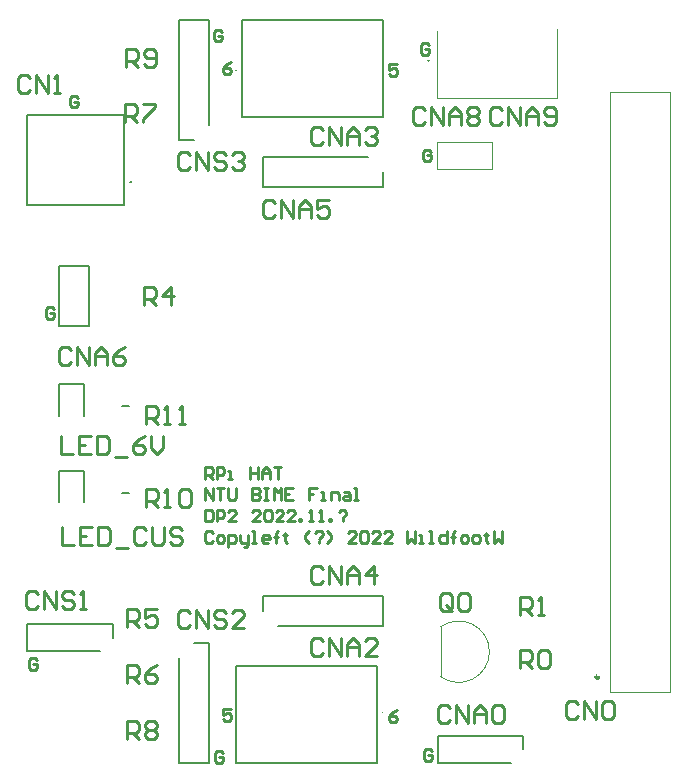
<source format=gto>
G04*
G04 #@! TF.GenerationSoftware,Altium Limited,Altium Designer,20.2.3 (150)*
G04*
G04 Layer_Color=65535*
%FSLAX25Y25*%
%MOIN*%
G70*
G04*
G04 #@! TF.SameCoordinates,F15F1335-3D0F-4216-8B18-0C41FCBFB515*
G04*
G04*
G04 #@! TF.FilePolarity,Positive*
G04*
G01*
G75*
%ADD10C,0.00394*%
%ADD11C,0.01181*%
%ADD12C,0.00787*%
%ADD13C,0.01000*%
D10*
X20366Y186520D02*
G03*
X20366Y186126I0J-197D01*
G01*
D02*
G03*
X20366Y186520I0J197D01*
G01*
X123055Y60287D02*
G03*
X123449Y60287I197J0D01*
G01*
D02*
G03*
X123055Y60287I-197J0D01*
G01*
X74354Y274213D02*
G03*
X74748Y274213I197J0D01*
G01*
D02*
G03*
X74354Y274213I-197J0D01*
G01*
X142633Y72219D02*
G03*
X142619Y88771I6017J8281D01*
G01*
X199059Y67059D02*
X218941D01*
Y266941D01*
X199059D02*
X218941D01*
X199059Y67059D02*
Y266941D01*
X141421Y265138D02*
Y287500D01*
Y265138D02*
X181579D01*
Y288130D01*
X159701Y241500D02*
Y250500D01*
X141299D02*
X159701D01*
X141299Y241500D02*
Y250500D01*
Y241500D02*
X159701D01*
X142626Y72224D02*
Y88776D01*
D11*
X194433Y72000D02*
G03*
X195220Y72000I394J0D01*
G01*
D02*
G03*
X194433Y72000I-394J0D01*
G01*
D12*
X138390Y277500D02*
G03*
X138784Y277500I197J0D01*
G01*
D02*
G03*
X138390Y277500I-197J0D01*
G01*
X39504Y237000D02*
G03*
X39110Y237000I-197J0D01*
G01*
D02*
G03*
X39504Y237000I197J0D01*
G01*
D02*
G03*
X39110Y237000I-197J0D01*
G01*
X15366Y189000D02*
Y209000D01*
Y189000D02*
X25366D01*
Y209000D01*
X15366D02*
X25366D01*
X36319Y162330D02*
X38681D01*
X15366Y159180D02*
Y169810D01*
X23634D01*
Y159180D02*
Y169810D01*
X36319Y133409D02*
X38681D01*
X15366Y130260D02*
Y140890D01*
X23634D01*
Y130260D02*
Y140890D01*
X123252Y235500D02*
Y240500D01*
X83252Y235500D02*
X123252D01*
X83252D02*
Y245500D01*
X118252D01*
X65500Y256142D02*
Y291142D01*
X55500D02*
X65500D01*
X55500Y251142D02*
Y291142D01*
Y251142D02*
X60500D01*
X55500Y43358D02*
Y78358D01*
Y43358D02*
X65500D01*
Y83358D01*
X60500D02*
X65500D01*
X121480Y43358D02*
Y75642D01*
X74551D02*
X121480D01*
X74551Y43358D02*
Y75642D01*
Y43358D02*
X121480D01*
X4858Y80624D02*
X29059D01*
X4858D02*
Y89824D01*
X33260D01*
Y85226D02*
Y89824D01*
X83252Y94000D02*
Y99000D01*
X123252D01*
Y89000D02*
Y99000D01*
X88252Y89000D02*
X123252D01*
X76323Y291142D02*
X123252D01*
Y258858D02*
Y291142D01*
X76323Y258858D02*
X123252D01*
X76323D02*
Y291142D01*
X4858Y229520D02*
Y259520D01*
X37142D01*
Y229520D02*
Y259520D01*
X4858Y229520D02*
X37142D01*
X170201Y47961D02*
Y52559D01*
X141799D02*
X170201D01*
X141799Y43358D02*
Y52559D01*
Y43358D02*
X166000D01*
D13*
X64000Y138181D02*
Y142116D01*
X65968D01*
X66624Y141460D01*
Y140148D01*
X65968Y139492D01*
X64000D01*
X65312D02*
X66624Y138181D01*
X67936D02*
Y142116D01*
X69904D01*
X70560Y141460D01*
Y140148D01*
X69904Y139492D01*
X67936D01*
X71872Y138181D02*
X73183D01*
X72527D01*
Y140804D01*
X71872D01*
X79087Y142116D02*
Y138181D01*
Y140148D01*
X81711D01*
Y142116D01*
Y138181D01*
X83023D02*
Y140804D01*
X84335Y142116D01*
X85647Y140804D01*
Y138181D01*
Y140148D01*
X83023D01*
X86958Y142116D02*
X89582D01*
X88270D01*
Y138181D01*
X64000Y131058D02*
Y134993D01*
X66624Y131058D01*
Y134993D01*
X67936D02*
X70560D01*
X69248D01*
Y131058D01*
X71872Y134993D02*
Y131714D01*
X72527Y131058D01*
X73839D01*
X74495Y131714D01*
Y134993D01*
X79743D02*
Y131058D01*
X81711D01*
X82367Y131714D01*
Y132370D01*
X81711Y133026D01*
X79743D01*
X81711D01*
X82367Y133681D01*
Y134337D01*
X81711Y134993D01*
X79743D01*
X83679D02*
X84991D01*
X84335D01*
Y131058D01*
X83679D01*
X84991D01*
X86958D02*
Y134993D01*
X88270Y133681D01*
X89582Y134993D01*
Y131058D01*
X93518Y134993D02*
X90894D01*
Y131058D01*
X93518D01*
X90894Y133026D02*
X92206D01*
X101390Y134993D02*
X98766D01*
Y133026D01*
X100078D01*
X98766D01*
Y131058D01*
X102701D02*
X104013D01*
X103357D01*
Y133681D01*
X102701D01*
X105981Y131058D02*
Y133681D01*
X107949D01*
X108605Y133026D01*
Y131058D01*
X110573Y133681D02*
X111885D01*
X112541Y133026D01*
Y131058D01*
X110573D01*
X109917Y131714D01*
X110573Y132370D01*
X112541D01*
X113853Y131058D02*
X115165D01*
X114509D01*
Y134993D01*
X113853D01*
X64000Y127871D02*
Y123935D01*
X65968D01*
X66624Y124591D01*
Y127215D01*
X65968Y127871D01*
X64000D01*
X67936Y123935D02*
Y127871D01*
X69904D01*
X70560Y127215D01*
Y125903D01*
X69904Y125247D01*
X67936D01*
X74495Y123935D02*
X71872D01*
X74495Y126559D01*
Y127215D01*
X73839Y127871D01*
X72527D01*
X71872Y127215D01*
X82367Y123935D02*
X79743D01*
X82367Y126559D01*
Y127215D01*
X81711Y127871D01*
X80399D01*
X79743Y127215D01*
X83679D02*
X84335Y127871D01*
X85647D01*
X86303Y127215D01*
Y124591D01*
X85647Y123935D01*
X84335D01*
X83679Y124591D01*
Y127215D01*
X90238Y123935D02*
X87614D01*
X90238Y126559D01*
Y127215D01*
X89582Y127871D01*
X88270D01*
X87614Y127215D01*
X94174Y123935D02*
X91550D01*
X94174Y126559D01*
Y127215D01*
X93518Y127871D01*
X92206D01*
X91550Y127215D01*
X95486Y123935D02*
Y124591D01*
X96142D01*
Y123935D01*
X95486D01*
X98766D02*
X100078D01*
X99422D01*
Y127871D01*
X98766Y127215D01*
X102046Y123935D02*
X103357D01*
X102701D01*
Y127871D01*
X102046Y127215D01*
X105325Y123935D02*
Y124591D01*
X105981D01*
Y123935D01*
X105325D01*
X108605Y127215D02*
X109261Y127871D01*
X110573D01*
X111229Y127215D01*
Y126559D01*
X109917Y125247D01*
Y124591D02*
Y123935D01*
X66624Y120092D02*
X65968Y120748D01*
X64656D01*
X64000Y120092D01*
Y117468D01*
X64656Y116812D01*
X65968D01*
X66624Y117468D01*
X68592Y116812D02*
X69904D01*
X70560Y117468D01*
Y118780D01*
X69904Y119436D01*
X68592D01*
X67936Y118780D01*
Y117468D01*
X68592Y116812D01*
X71872Y115500D02*
Y119436D01*
X73839D01*
X74495Y118780D01*
Y117468D01*
X73839Y116812D01*
X71872D01*
X75807Y119436D02*
Y117468D01*
X76463Y116812D01*
X78431D01*
Y116156D01*
X77775Y115500D01*
X77119D01*
X78431Y116812D02*
Y119436D01*
X79743Y116812D02*
X81055D01*
X80399D01*
Y120748D01*
X79743D01*
X84991Y116812D02*
X83679D01*
X83023Y117468D01*
Y118780D01*
X83679Y119436D01*
X84991D01*
X85647Y118780D01*
Y118124D01*
X83023D01*
X87614Y116812D02*
Y120092D01*
Y118780D01*
X86958D01*
X88270D01*
X87614D01*
Y120092D01*
X88270Y120748D01*
X90894Y120092D02*
Y119436D01*
X90238D01*
X91550D01*
X90894D01*
Y117468D01*
X91550Y116812D01*
X98766D02*
X97454Y118124D01*
Y119436D01*
X98766Y120748D01*
X100734Y120092D02*
X101390Y120748D01*
X102701D01*
X103357Y120092D01*
Y119436D01*
X102046Y118124D01*
Y117468D02*
Y116812D01*
X104669D02*
X105981Y118124D01*
Y119436D01*
X104669Y120748D01*
X114509Y116812D02*
X111885D01*
X114509Y119436D01*
Y120092D01*
X113853Y120748D01*
X112541D01*
X111885Y120092D01*
X115821D02*
X116477Y120748D01*
X117788D01*
X118444Y120092D01*
Y117468D01*
X117788Y116812D01*
X116477D01*
X115821Y117468D01*
Y120092D01*
X122380Y116812D02*
X119756D01*
X122380Y119436D01*
Y120092D01*
X121724Y120748D01*
X120412D01*
X119756Y120092D01*
X126316Y116812D02*
X123692D01*
X126316Y119436D01*
Y120092D01*
X125660Y120748D01*
X124348D01*
X123692Y120092D01*
X131563Y120748D02*
Y116812D01*
X132875Y118124D01*
X134187Y116812D01*
Y120748D01*
X135499Y116812D02*
X136811D01*
X136155D01*
Y119436D01*
X135499D01*
X138779Y116812D02*
X140091D01*
X139435D01*
Y120748D01*
X138779D01*
X144683D02*
Y116812D01*
X142715D01*
X142059Y117468D01*
Y118780D01*
X142715Y119436D01*
X144683D01*
X146651Y116812D02*
Y120092D01*
Y118780D01*
X145995D01*
X147307D01*
X146651D01*
Y120092D01*
X147307Y120748D01*
X149930Y116812D02*
X151242D01*
X151898Y117468D01*
Y118780D01*
X151242Y119436D01*
X149930D01*
X149274Y118780D01*
Y117468D01*
X149930Y116812D01*
X153866D02*
X155178D01*
X155834Y117468D01*
Y118780D01*
X155178Y119436D01*
X153866D01*
X153210Y118780D01*
Y117468D01*
X153866Y116812D01*
X157802Y120092D02*
Y119436D01*
X157146D01*
X158458D01*
X157802D01*
Y117468D01*
X158458Y116812D01*
X160426Y120748D02*
Y116812D01*
X161738Y118124D01*
X163049Y116812D01*
Y120748D01*
X72624Y61436D02*
X70000D01*
Y59468D01*
X71312Y60124D01*
X71968D01*
X72624Y59468D01*
Y58156D01*
X71968Y57500D01*
X70656D01*
X70000Y58156D01*
X128124Y60936D02*
X126812Y60280D01*
X125500Y58968D01*
Y57656D01*
X126156Y57000D01*
X127468D01*
X128124Y57656D01*
Y58312D01*
X127468Y58968D01*
X125500D01*
X128124Y276436D02*
X125500D01*
Y274468D01*
X126812Y275124D01*
X127468D01*
X128124Y274468D01*
Y273156D01*
X127468Y272500D01*
X126156D01*
X125500Y273156D01*
X72624Y276936D02*
X71312Y276280D01*
X70000Y274968D01*
Y273656D01*
X70656Y273000D01*
X71968D01*
X72624Y273656D01*
Y274312D01*
X71968Y274968D01*
X70000D01*
X69795Y287222D02*
X69139Y287878D01*
X67827D01*
X67171Y287222D01*
Y284598D01*
X67827Y283942D01*
X69139D01*
X69795Y284598D01*
Y285910D01*
X68483D01*
X21795Y265222D02*
X21139Y265878D01*
X19827D01*
X19171Y265222D01*
Y262598D01*
X19827Y261942D01*
X21139D01*
X21795Y262598D01*
Y263910D01*
X20483D01*
X13624Y194780D02*
X12968Y195436D01*
X11656D01*
X11000Y194780D01*
Y192156D01*
X11656Y191500D01*
X12968D01*
X13624Y192156D01*
Y193468D01*
X12312D01*
X139258Y247237D02*
X138602Y247893D01*
X137290D01*
X136635Y247237D01*
Y244614D01*
X137290Y243958D01*
X138602D01*
X139258Y244614D01*
Y245925D01*
X137946D01*
X138758Y282737D02*
X138102Y283393D01*
X136790D01*
X136135Y282737D01*
Y280114D01*
X136790Y279458D01*
X138102D01*
X138758Y280114D01*
Y281425D01*
X137446D01*
X8124Y77780D02*
X7468Y78436D01*
X6156D01*
X5500Y77780D01*
Y75156D01*
X6156Y74500D01*
X7468D01*
X8124Y75156D01*
Y76468D01*
X6812D01*
X70124Y46780D02*
X69468Y47436D01*
X68156D01*
X67500Y46780D01*
Y44156D01*
X68156Y43500D01*
X69468D01*
X70124Y44156D01*
Y45468D01*
X68812D01*
X139624Y47280D02*
X138968Y47936D01*
X137656D01*
X137000Y47280D01*
Y44656D01*
X137656Y44000D01*
X138968D01*
X139624Y44656D01*
Y45968D01*
X138312D01*
X37596Y275501D02*
Y281499D01*
X40595D01*
X41595Y280499D01*
Y278500D01*
X40595Y277500D01*
X37596D01*
X39595D02*
X41595Y275501D01*
X43594Y276501D02*
X44594Y275501D01*
X46593D01*
X47593Y276501D01*
Y280499D01*
X46593Y281499D01*
X44594D01*
X43594Y280499D01*
Y279500D01*
X44594Y278500D01*
X47593D01*
X37549Y257001D02*
Y262999D01*
X40548D01*
X41548Y261999D01*
Y260000D01*
X40548Y259000D01*
X37549D01*
X39548D02*
X41548Y257001D01*
X43547Y262999D02*
X47546D01*
Y261999D01*
X43547Y258001D01*
Y257001D01*
X19502Y180999D02*
X18503Y181999D01*
X16503D01*
X15504Y180999D01*
Y177001D01*
X16503Y176001D01*
X18503D01*
X19502Y177001D01*
X21502Y176001D02*
Y181999D01*
X25500Y176001D01*
Y181999D01*
X27500Y176001D02*
Y180000D01*
X29499Y181999D01*
X31498Y180000D01*
Y176001D01*
Y179000D01*
X27500D01*
X37496Y181999D02*
X35497Y180999D01*
X33498Y179000D01*
Y177001D01*
X34497Y176001D01*
X36497D01*
X37496Y177001D01*
Y178000D01*
X36497Y179000D01*
X33498D01*
X43903Y196001D02*
Y201999D01*
X46902D01*
X47902Y200999D01*
Y199000D01*
X46902Y198000D01*
X43903D01*
X45903D02*
X47902Y196001D01*
X52900D02*
Y201999D01*
X49901Y199000D01*
X53900D01*
X44502Y156481D02*
Y162479D01*
X47501D01*
X48501Y161479D01*
Y159479D01*
X47501Y158480D01*
X44502D01*
X46501D02*
X48501Y156481D01*
X50500D02*
X52500D01*
X51500D01*
Y162479D01*
X50500Y161479D01*
X55499Y156481D02*
X57498D01*
X56498D01*
Y162479D01*
X55499Y161479D01*
X16005Y152419D02*
Y146421D01*
X20004D01*
X26002Y152419D02*
X22004D01*
Y146421D01*
X26002D01*
X22004Y149420D02*
X24003D01*
X28002Y152419D02*
Y146421D01*
X31001D01*
X32000Y147421D01*
Y151420D01*
X31001Y152419D01*
X28002D01*
X34000Y145422D02*
X37998D01*
X43996Y152419D02*
X41997Y151420D01*
X39998Y149420D01*
Y147421D01*
X40997Y146421D01*
X42997D01*
X43996Y147421D01*
Y148421D01*
X42997Y149420D01*
X39998D01*
X45996Y152419D02*
Y148421D01*
X47995Y146421D01*
X49995Y148421D01*
Y152419D01*
X44502Y128761D02*
Y134759D01*
X47502D01*
X48501Y133759D01*
Y131760D01*
X47502Y130760D01*
X44502D01*
X46502D02*
X48501Y128761D01*
X50501D02*
X52500D01*
X51500D01*
Y134759D01*
X50501Y133759D01*
X55499D02*
X56499Y134759D01*
X58498D01*
X59498Y133759D01*
Y129761D01*
X58498Y128761D01*
X56499D01*
X55499Y129761D01*
Y133759D01*
X16507Y121999D02*
Y116001D01*
X20505D01*
X26503Y121999D02*
X22504D01*
Y116001D01*
X26503D01*
X22504Y119000D02*
X24504D01*
X28503Y121999D02*
Y116001D01*
X31502D01*
X32501Y117000D01*
Y120999D01*
X31502Y121999D01*
X28503D01*
X34501Y115001D02*
X38499D01*
X44497Y120999D02*
X43498Y121999D01*
X41498D01*
X40499Y120999D01*
Y117000D01*
X41498Y116001D01*
X43498D01*
X44497Y117000D01*
X46497Y121999D02*
Y117000D01*
X47496Y116001D01*
X49496D01*
X50495Y117000D01*
Y121999D01*
X56494Y120999D02*
X55494Y121999D01*
X53495D01*
X52495Y120999D01*
Y120000D01*
X53495Y119000D01*
X55494D01*
X56494Y118000D01*
Y117000D01*
X55494Y116001D01*
X53495D01*
X52495Y117000D01*
X87502Y229999D02*
X86503Y230999D01*
X84503D01*
X83504Y229999D01*
Y226001D01*
X84503Y225001D01*
X86503D01*
X87502Y226001D01*
X89502Y225001D02*
Y230999D01*
X93500Y225001D01*
Y230999D01*
X95500Y225001D02*
Y229000D01*
X97499Y230999D01*
X99498Y229000D01*
Y225001D01*
Y228000D01*
X95500D01*
X105497Y230999D02*
X101498D01*
Y228000D01*
X103497Y229000D01*
X104497D01*
X105497Y228000D01*
Y226001D01*
X104497Y225001D01*
X102497D01*
X101498Y226001D01*
X59002Y245999D02*
X58003Y246999D01*
X56003D01*
X55004Y245999D01*
Y242001D01*
X56003Y241001D01*
X58003D01*
X59002Y242001D01*
X61002Y241001D02*
Y246999D01*
X65000Y241001D01*
Y246999D01*
X70998Y245999D02*
X69999Y246999D01*
X67999D01*
X67000Y245999D01*
Y245000D01*
X67999Y244000D01*
X69999D01*
X70998Y243000D01*
Y242001D01*
X69999Y241001D01*
X67999D01*
X67000Y242001D01*
X72998Y245999D02*
X73997Y246999D01*
X75997D01*
X76996Y245999D01*
Y245000D01*
X75997Y244000D01*
X74997D01*
X75997D01*
X76996Y243000D01*
Y242001D01*
X75997Y241001D01*
X73997D01*
X72998Y242001D01*
X59002Y93499D02*
X58003Y94499D01*
X56003D01*
X55004Y93499D01*
Y89501D01*
X56003Y88501D01*
X58003D01*
X59002Y89501D01*
X61002Y88501D02*
Y94499D01*
X65000Y88501D01*
Y94499D01*
X70998Y93499D02*
X69999Y94499D01*
X67999D01*
X67000Y93499D01*
Y92500D01*
X67999Y91500D01*
X69999D01*
X70998Y90500D01*
Y89501D01*
X69999Y88501D01*
X67999D01*
X67000Y89501D01*
X76996Y88501D02*
X72998D01*
X76996Y92500D01*
Y93499D01*
X75997Y94499D01*
X73997D01*
X72998Y93499D01*
X103502Y83999D02*
X102503Y84999D01*
X100503D01*
X99504Y83999D01*
Y80001D01*
X100503Y79001D01*
X102503D01*
X103502Y80001D01*
X105502Y79001D02*
Y84999D01*
X109500Y79001D01*
Y84999D01*
X111500Y79001D02*
Y83000D01*
X113499Y84999D01*
X115498Y83000D01*
Y79001D01*
Y82000D01*
X111500D01*
X121496Y79001D02*
X117498D01*
X121496Y83000D01*
Y83999D01*
X120497Y84999D01*
X118497D01*
X117498Y83999D01*
X38247Y51335D02*
Y57333D01*
X41246D01*
X42246Y56333D01*
Y54334D01*
X41246Y53334D01*
X38247D01*
X40247D02*
X42246Y51335D01*
X44245Y56333D02*
X45245Y57333D01*
X47244D01*
X48244Y56333D01*
Y55333D01*
X47244Y54334D01*
X48244Y53334D01*
Y52334D01*
X47244Y51335D01*
X45245D01*
X44245Y52334D01*
Y53334D01*
X45245Y54334D01*
X44245Y55333D01*
Y56333D01*
X45245Y54334D02*
X47244D01*
X38247Y88600D02*
Y94598D01*
X41246D01*
X42246Y93598D01*
Y91599D01*
X41246Y90599D01*
X38247D01*
X40247D02*
X42246Y88600D01*
X48244Y94598D02*
X44245D01*
Y91599D01*
X46245Y92599D01*
X47244D01*
X48244Y91599D01*
Y89600D01*
X47244Y88600D01*
X45245D01*
X44245Y89600D01*
X38247Y69967D02*
Y75965D01*
X41246D01*
X42246Y74966D01*
Y72966D01*
X41246Y71967D01*
X38247D01*
X40247D02*
X42246Y69967D01*
X48244Y75965D02*
X46245Y74966D01*
X44245Y72966D01*
Y70967D01*
X45245Y69967D01*
X47244D01*
X48244Y70967D01*
Y71967D01*
X47244Y72966D01*
X44245D01*
X8502Y99725D02*
X7502Y100725D01*
X5503D01*
X4503Y99725D01*
Y95727D01*
X5503Y94727D01*
X7502D01*
X8502Y95727D01*
X10501Y94727D02*
Y100725D01*
X14500Y94727D01*
Y100725D01*
X20498Y99725D02*
X19498Y100725D01*
X17499D01*
X16499Y99725D01*
Y98726D01*
X17499Y97726D01*
X19498D01*
X20498Y96726D01*
Y95727D01*
X19498Y94727D01*
X17499D01*
X16499Y95727D01*
X22497Y94727D02*
X24497D01*
X23497D01*
Y100725D01*
X22497Y99725D01*
X103502Y107999D02*
X102503Y108999D01*
X100503D01*
X99504Y107999D01*
Y104001D01*
X100503Y103001D01*
X102503D01*
X103502Y104001D01*
X105502Y103001D02*
Y108999D01*
X109500Y103001D01*
Y108999D01*
X111500Y103001D02*
Y107000D01*
X113499Y108999D01*
X115498Y107000D01*
Y103001D01*
Y106000D01*
X111500D01*
X120497Y103001D02*
Y108999D01*
X117498Y106000D01*
X121496D01*
X188501Y62999D02*
X187502Y63999D01*
X185502D01*
X184503Y62999D01*
Y59001D01*
X185502Y58001D01*
X187502D01*
X188501Y59001D01*
X190501Y58001D02*
Y63999D01*
X194499Y58001D01*
Y63999D01*
X196499Y62999D02*
X197498Y63999D01*
X199498D01*
X200497Y62999D01*
Y59001D01*
X199498Y58001D01*
X197498D01*
X196499Y59001D01*
Y62999D01*
X163002Y260999D02*
X162003Y261999D01*
X160003D01*
X159004Y260999D01*
Y257001D01*
X160003Y256001D01*
X162003D01*
X163002Y257001D01*
X165002Y256001D02*
Y261999D01*
X169000Y256001D01*
Y261999D01*
X171000Y256001D02*
Y260000D01*
X172999Y261999D01*
X174998Y260000D01*
Y256001D01*
Y259000D01*
X171000D01*
X176998Y257001D02*
X177997Y256001D01*
X179997D01*
X180997Y257001D01*
Y260999D01*
X179997Y261999D01*
X177997D01*
X176998Y260999D01*
Y260000D01*
X177997Y259000D01*
X180997D01*
X137502Y260999D02*
X136503Y261999D01*
X134503D01*
X133504Y260999D01*
Y257001D01*
X134503Y256001D01*
X136503D01*
X137502Y257001D01*
X139502Y256001D02*
Y261999D01*
X143500Y256001D01*
Y261999D01*
X145500Y256001D02*
Y260000D01*
X147499Y261999D01*
X149498Y260000D01*
Y256001D01*
Y259000D01*
X145500D01*
X151498Y260999D02*
X152497Y261999D01*
X154497D01*
X155497Y260999D01*
Y260000D01*
X154497Y259000D01*
X155497Y258000D01*
Y257001D01*
X154497Y256001D01*
X152497D01*
X151498Y257001D01*
Y258000D01*
X152497Y259000D01*
X151498Y260000D01*
Y260999D01*
X152497Y259000D02*
X154497D01*
X5699Y271698D02*
X4699Y272698D01*
X2700D01*
X1700Y271698D01*
Y267700D01*
X2700Y266700D01*
X4699D01*
X5699Y267700D01*
X7698Y266700D02*
Y272698D01*
X11697Y266700D01*
Y272698D01*
X13696Y266700D02*
X15696D01*
X14696D01*
Y272698D01*
X13696Y271698D01*
X169100Y92600D02*
Y98598D01*
X172099D01*
X173099Y97598D01*
Y95599D01*
X172099Y94599D01*
X169100D01*
X171099D02*
X173099Y92600D01*
X175098D02*
X177097D01*
X176098D01*
Y98598D01*
X175098Y97598D01*
X169100Y75100D02*
Y81098D01*
X172099D01*
X173099Y80098D01*
Y78099D01*
X172099Y77099D01*
X169100D01*
X171099D02*
X173099Y75100D01*
X175098Y80098D02*
X176098Y81098D01*
X178097D01*
X179097Y80098D01*
Y76100D01*
X178097Y75100D01*
X176098D01*
X175098Y76100D01*
Y80098D01*
X146448Y95100D02*
Y99098D01*
X145449Y100098D01*
X143449D01*
X142450Y99098D01*
Y95100D01*
X143449Y94100D01*
X145449D01*
X144449Y96099D02*
X146448Y94100D01*
X145449D02*
X146448Y95100D01*
X148448Y99098D02*
X149447Y100098D01*
X151447D01*
X152446Y99098D01*
Y95100D01*
X151447Y94100D01*
X149447D01*
X148448Y95100D01*
Y99098D01*
X145699Y61659D02*
X144699Y62659D01*
X142700D01*
X141700Y61659D01*
Y57660D01*
X142700Y56661D01*
X144699D01*
X145699Y57660D01*
X147698Y56661D02*
Y62659D01*
X151697Y56661D01*
Y62659D01*
X153696Y56661D02*
Y60659D01*
X155695Y62659D01*
X157695Y60659D01*
Y56661D01*
Y59660D01*
X153696D01*
X159694Y61659D02*
X160694Y62659D01*
X162693D01*
X163693Y61659D01*
Y57660D01*
X162693Y56661D01*
X160694D01*
X159694Y57660D01*
Y61659D01*
X103502Y254499D02*
X102503Y255499D01*
X100503D01*
X99504Y254499D01*
Y250501D01*
X100503Y249501D01*
X102503D01*
X103502Y250501D01*
X105502Y249501D02*
Y255499D01*
X109500Y249501D01*
Y255499D01*
X111500Y249501D02*
Y253500D01*
X113499Y255499D01*
X115498Y253500D01*
Y249501D01*
Y252500D01*
X111500D01*
X117498Y254499D02*
X118497Y255499D01*
X120497D01*
X121496Y254499D01*
Y253500D01*
X120497Y252500D01*
X119497D01*
X120497D01*
X121496Y251500D01*
Y250501D01*
X120497Y249501D01*
X118497D01*
X117498Y250501D01*
M02*

</source>
